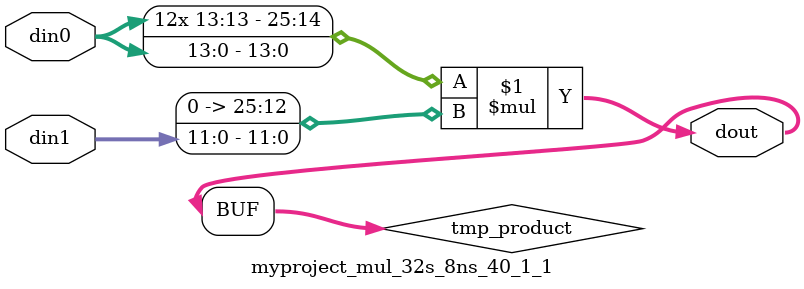
<source format=v>

`timescale 1 ns / 1 ps

  module myproject_mul_32s_8ns_40_1_1(din0, din1, dout);
parameter ID = 1;
parameter NUM_STAGE = 0;
parameter din0_WIDTH = 14;
parameter din1_WIDTH = 12;
parameter dout_WIDTH = 26;

input [din0_WIDTH - 1 : 0] din0; 
input [din1_WIDTH - 1 : 0] din1; 
output [dout_WIDTH - 1 : 0] dout;

wire signed [dout_WIDTH - 1 : 0] tmp_product;












assign tmp_product = $signed(din0) * $signed({1'b0, din1});









assign dout = tmp_product;







endmodule

</source>
